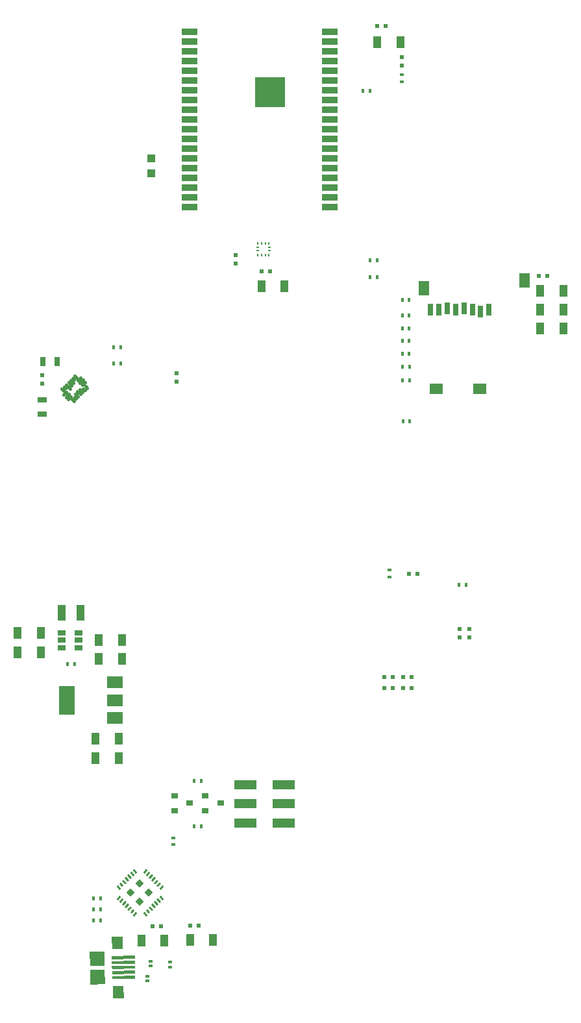
<source format=gbp>
G04 #@! TF.FileFunction,Paste,Bot*
%FSLAX46Y46*%
G04 Gerber Fmt 4.6, Leading zero omitted, Abs format (unit mm)*
G04 Created by KiCad (PCBNEW 4.0.7+dfsg1-1ubuntu2) date Fri May 11 22:40:50 2018*
%MOMM*%
%LPD*%
G01*
G04 APERTURE LIST*
%ADD10C,0.100000*%
%ADD11R,2.000000X0.900000*%
%ADD12R,4.000000X4.000000*%
%ADD13R,0.400000X0.600000*%
%ADD14R,0.500000X0.600000*%
%ADD15R,1.000000X1.600000*%
%ADD16R,0.600000X0.500000*%
%ADD17R,1.399540X1.899920*%
%ADD18R,0.797560X1.498600*%
%ADD19R,1.798320X1.399540*%
%ADD20R,1.050000X2.100000*%
%ADD21R,1.300000X0.700000*%
%ADD22R,0.700000X1.300000*%
%ADD23R,0.600000X0.400000*%
%ADD24R,0.900000X0.800000*%
%ADD25R,1.060000X0.650000*%
%ADD26R,2.000000X3.800000*%
%ADD27R,2.000000X1.500000*%
%ADD28R,3.000000X1.200000*%
%ADD29R,0.280000X0.300000*%
%ADD30R,0.300000X0.280000*%
%ADD31C,0.240000*%
%ADD32C,0.384000*%
%ADD33R,0.550000X0.300000*%
%ADD34R,1.000000X1.000000*%
G04 APERTURE END LIST*
D10*
D11*
X134500000Y-37570000D03*
X134500000Y-38840000D03*
X134500000Y-40110000D03*
X134500000Y-41380000D03*
X134500000Y-42650000D03*
X134500000Y-43920000D03*
X134500000Y-45190000D03*
X134500000Y-46460000D03*
X134500000Y-47730000D03*
X134500000Y-49000000D03*
X134500000Y-50270000D03*
X134500000Y-51540000D03*
X134500000Y-52810000D03*
X134500000Y-54080000D03*
X134500000Y-55350000D03*
X134500000Y-56620000D03*
X134500000Y-57890000D03*
X134500000Y-59160000D03*
X134500000Y-60430000D03*
X116190000Y-37570000D03*
X116190000Y-38840000D03*
X116190000Y-40110000D03*
X116190000Y-41380000D03*
X116190000Y-45190000D03*
X116190000Y-42650000D03*
X116190000Y-43920000D03*
X116190000Y-46460000D03*
X116190000Y-47730000D03*
X116190000Y-49000000D03*
X116190000Y-50270000D03*
X116190000Y-51540000D03*
X116190000Y-52810000D03*
X116190000Y-54080000D03*
X116190000Y-55350000D03*
X116190000Y-56620000D03*
X116190000Y-57890000D03*
X116190000Y-59160000D03*
X116190000Y-60430000D03*
D12*
X126750000Y-45360000D03*
D13*
X100300000Y-120000000D03*
X101200000Y-120000000D03*
D14*
X97000000Y-83450000D03*
X97000000Y-82350000D03*
D15*
X161950000Y-71350000D03*
X164950000Y-71350000D03*
D16*
X161750000Y-69400000D03*
X162850000Y-69400000D03*
D15*
X109950000Y-156050000D03*
X112950000Y-156050000D03*
D16*
X111400000Y-154200000D03*
X112500000Y-154200000D03*
D15*
X116300000Y-156000000D03*
X119300000Y-156000000D03*
D16*
X116300000Y-154150000D03*
X117400000Y-154150000D03*
D14*
X143900000Y-41900000D03*
X143900000Y-40800000D03*
D15*
X140700000Y-38900000D03*
X143700000Y-38900000D03*
D16*
X140700000Y-36800000D03*
X141800000Y-36800000D03*
D15*
X106983406Y-129731224D03*
X103983406Y-129731224D03*
X106983408Y-132231225D03*
X103983408Y-132231225D03*
D16*
X144050000Y-123100000D03*
X145150000Y-123100000D03*
X142750000Y-123100000D03*
X141650000Y-123100000D03*
D15*
X104400000Y-116900000D03*
X107400000Y-116900000D03*
X93800000Y-115900000D03*
X96800000Y-115900000D03*
X104400000Y-119300000D03*
X107400000Y-119300000D03*
D16*
X142700000Y-121700000D03*
X141600000Y-121700000D03*
X144050000Y-121700000D03*
X145150000Y-121700000D03*
D15*
X96800000Y-118500000D03*
X93800000Y-118500000D03*
D14*
X151400000Y-116500000D03*
X151400000Y-115400000D03*
X152700000Y-116500000D03*
X152700000Y-115400000D03*
D16*
X144850000Y-108250000D03*
X145950000Y-108250000D03*
D15*
X125600000Y-70700000D03*
X128600000Y-70700000D03*
D16*
X125650000Y-68800000D03*
X126750000Y-68800000D03*
D14*
X122200000Y-66650000D03*
X122200000Y-67750000D03*
D17*
X159936220Y-69949760D03*
X146789180Y-70950520D03*
D18*
X155288020Y-73800400D03*
X154188200Y-74001060D03*
X153090920Y-73800400D03*
X151991100Y-73599740D03*
X150891280Y-73800400D03*
X149788920Y-73599740D03*
X148689100Y-73800400D03*
X147589280Y-73800400D03*
D19*
X148389380Y-84097560D03*
X154086600Y-84097560D03*
D20*
X102025000Y-113300000D03*
X99575000Y-113300000D03*
D21*
X97000000Y-85500000D03*
X97000000Y-87400000D03*
D13*
X117700000Y-141150000D03*
X116800000Y-141150000D03*
X116800000Y-135250000D03*
X117700000Y-135250000D03*
D22*
X98950000Y-80550000D03*
X97050000Y-80550000D03*
D23*
X114100000Y-143550000D03*
X114100000Y-142650000D03*
X143900000Y-44050000D03*
X143900000Y-43150000D03*
D13*
X151350000Y-109700000D03*
X152250000Y-109700000D03*
X144950000Y-88350000D03*
X144050000Y-88350000D03*
D23*
X142300000Y-107750000D03*
X142300000Y-108650000D03*
D24*
X118250000Y-139100000D03*
X118250000Y-137200000D03*
X120250000Y-138150000D03*
X114250000Y-139100000D03*
X114250000Y-137200000D03*
X116250000Y-138150000D03*
D25*
X101700000Y-115950000D03*
X101700000Y-116900000D03*
X101700000Y-117850000D03*
X99500000Y-117850000D03*
X99500000Y-115950000D03*
X99500000Y-116900000D03*
D26*
X100200000Y-124700000D03*
D27*
X106500000Y-124700000D03*
X106500000Y-127000000D03*
X106500000Y-122400000D03*
D28*
X123500000Y-140700000D03*
X128500000Y-138200000D03*
X128500000Y-140700000D03*
X128500000Y-135700000D03*
X123500000Y-138200000D03*
X123500000Y-135700000D03*
D14*
X114500000Y-82050000D03*
X114500000Y-83150000D03*
D13*
X138850000Y-45200000D03*
X139750000Y-45200000D03*
D10*
G36*
X106119097Y-160689657D02*
X109118640Y-160637300D01*
X109125599Y-161036019D01*
X106126056Y-161088376D01*
X106119097Y-160689657D01*
X106119097Y-160689657D01*
G37*
G36*
X106107748Y-160039516D02*
X109107291Y-159987159D01*
X109114250Y-160385878D01*
X106114707Y-160438235D01*
X106107748Y-160039516D01*
X106107748Y-160039516D01*
G37*
G36*
X106096444Y-159391914D02*
X109095987Y-159339557D01*
X109102946Y-159738276D01*
X106103403Y-159790633D01*
X106096444Y-159391914D01*
X106096444Y-159391914D01*
G37*
G36*
X106085140Y-158744313D02*
X109084683Y-158691956D01*
X109091642Y-159090675D01*
X106092099Y-159143032D01*
X106085140Y-158744313D01*
X106085140Y-158744313D01*
G37*
G36*
X106073792Y-158094172D02*
X109073335Y-158041815D01*
X109080294Y-158440534D01*
X106080751Y-158492891D01*
X106073792Y-158094172D01*
X106073792Y-158094172D01*
G37*
G36*
X106239895Y-163586129D02*
X106212012Y-161988712D01*
X107611339Y-161964287D01*
X107639222Y-163561704D01*
X106239895Y-163586129D01*
X106239895Y-163586129D01*
G37*
G36*
X106128274Y-157191383D02*
X106100391Y-155593966D01*
X107499718Y-155569541D01*
X107527601Y-157166958D01*
X106128274Y-157191383D01*
X106128274Y-157191383D01*
G37*
G36*
X105182911Y-161756447D02*
X103283281Y-161789605D01*
X103250123Y-159889975D01*
X105149753Y-159856817D01*
X105182911Y-161756447D01*
X105182911Y-161756447D01*
G37*
G36*
X105141065Y-159359053D02*
X103241435Y-159392211D01*
X103208277Y-157492581D01*
X105107907Y-157459423D01*
X105141065Y-159359053D01*
X105141065Y-159359053D01*
G37*
D13*
X144000000Y-83000000D03*
X144900000Y-83000000D03*
D15*
X161950000Y-73800000D03*
X164950000Y-73800000D03*
X161950000Y-76250000D03*
X164950000Y-76250000D03*
D29*
X125587500Y-65087500D03*
X126087500Y-65087500D03*
X125587500Y-66612500D03*
X126087500Y-66612500D03*
X126587500Y-65087500D03*
X126587500Y-66612500D03*
X125087500Y-65087500D03*
X125087500Y-66612500D03*
D30*
X126600000Y-65600000D03*
X126600000Y-66100000D03*
X125075000Y-66100000D03*
X125075000Y-65600000D03*
D31*
X112686008Y-150603418D02*
X112374882Y-150292292D01*
X112332454Y-150956972D02*
X112021328Y-150645846D01*
X111978901Y-151310525D02*
X111667775Y-150999399D01*
X111625348Y-151664079D02*
X111314222Y-151352953D01*
X111271794Y-152017632D02*
X110960668Y-151706506D01*
X110918241Y-152371185D02*
X110607115Y-152060059D01*
X110564687Y-152724739D02*
X110253561Y-152413613D01*
X108910059Y-152724739D02*
X109221185Y-152413613D01*
X108556505Y-152371185D02*
X108867631Y-152060059D01*
X108202952Y-152017632D02*
X108514078Y-151706506D01*
X107849398Y-151664079D02*
X108160524Y-151352953D01*
X107495845Y-151310525D02*
X107806971Y-150999399D01*
X107142292Y-150956972D02*
X107453418Y-150645846D01*
X106788738Y-150603418D02*
X107099864Y-150292292D01*
X107099864Y-149259916D02*
X106788738Y-148948790D01*
X107453418Y-148906362D02*
X107142292Y-148595236D01*
X107806971Y-148552809D02*
X107495845Y-148241683D01*
X108160524Y-148199255D02*
X107849398Y-147888129D01*
X108514078Y-147845702D02*
X108202952Y-147534576D01*
X108867631Y-147492149D02*
X108556505Y-147181023D01*
X109221185Y-147138595D02*
X108910059Y-146827469D01*
X110253561Y-147138595D02*
X110564687Y-146827469D01*
X110607115Y-147492149D02*
X110918241Y-147181023D01*
X110960668Y-147845702D02*
X111271794Y-147534576D01*
X111314222Y-148199255D02*
X111625348Y-147888129D01*
X111667775Y-148552809D02*
X111978901Y-148241683D01*
X112021328Y-148906362D02*
X112332454Y-148595236D01*
X112374882Y-149259916D02*
X112686008Y-148948790D01*
D10*
G36*
X109097795Y-149776104D02*
X108552969Y-150320930D01*
X108008143Y-149776104D01*
X108552969Y-149231278D01*
X109097795Y-149776104D01*
X109097795Y-149776104D01*
G37*
G36*
X110282199Y-148591700D02*
X109737373Y-149136526D01*
X109192547Y-148591700D01*
X109737373Y-148046874D01*
X110282199Y-148591700D01*
X110282199Y-148591700D01*
G37*
G36*
X110282199Y-150960508D02*
X109737373Y-151505334D01*
X109192547Y-150960508D01*
X109737373Y-150415682D01*
X110282199Y-150960508D01*
X110282199Y-150960508D01*
G37*
G36*
X111466603Y-149776104D02*
X110921777Y-150320930D01*
X110376951Y-149776104D01*
X110921777Y-149231278D01*
X111466603Y-149776104D01*
X111466603Y-149776104D01*
G37*
D32*
X99574362Y-84121418D02*
X99775180Y-84322236D01*
X100454710Y-84795290D02*
X100089842Y-85160158D01*
X100171867Y-84512447D02*
X99806999Y-84877315D01*
X100737553Y-85078133D02*
X100372685Y-85443001D01*
X99857204Y-83838575D02*
X100058022Y-84039393D01*
X100981504Y-82700133D02*
X101182322Y-82900951D01*
X101264347Y-82417291D02*
X101465165Y-82618109D01*
X102027315Y-82656999D02*
X101662447Y-83021867D01*
X102310158Y-82939842D02*
X101945290Y-83304710D01*
X102593001Y-83222685D02*
X102228133Y-83587553D01*
X100934835Y-85481891D02*
X101135653Y-85682709D01*
X101217678Y-85199049D02*
X101418496Y-85399867D01*
X102631891Y-83784835D02*
X102832709Y-83985653D01*
X102349049Y-84067678D02*
X102549867Y-84268496D01*
X100167624Y-83583310D02*
X100645628Y-84061314D01*
X101315965Y-84731650D02*
X101680833Y-85096518D01*
X101598808Y-84448808D02*
X101963676Y-84813676D01*
X101881650Y-84165965D02*
X102246518Y-84530833D01*
X100436324Y-83286324D02*
X100801192Y-83651192D01*
X100719167Y-83003482D02*
X101084035Y-83368350D01*
D13*
X104600000Y-150550000D03*
X103700000Y-150550000D03*
D33*
X110700000Y-160700001D03*
X110700000Y-161350001D03*
D13*
X104600000Y-153450000D03*
X103700000Y-153450000D03*
X103700000Y-152000000D03*
X104600000Y-152000000D03*
D33*
X111099995Y-159399997D03*
X111099995Y-158749997D03*
X113700000Y-159525000D03*
X113700000Y-158875000D03*
D13*
X107238031Y-78636737D03*
X106338031Y-78636737D03*
X107238032Y-80800000D03*
X106338032Y-80800000D03*
X139750000Y-69550000D03*
X140650000Y-69550000D03*
X139750000Y-67300000D03*
X140650000Y-67300000D03*
X144000000Y-81200000D03*
X144900000Y-81200000D03*
X143950000Y-72500000D03*
X144850000Y-72500000D03*
X143950000Y-74500000D03*
X144850000Y-74500000D03*
X143950000Y-76200000D03*
X144850000Y-76200000D03*
X143950000Y-77800000D03*
X144850000Y-77800000D03*
X143950000Y-79500000D03*
X144850000Y-79500000D03*
D34*
X111200000Y-54000000D03*
X111200000Y-56000000D03*
M02*

</source>
